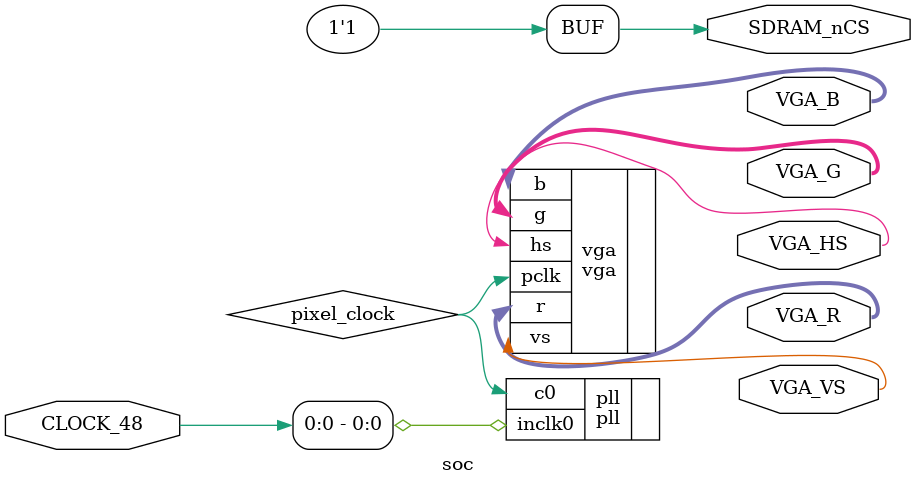
<source format=v>
module soc (
   input [1:0] CLOCK_48,
   output SDRAM_nCS,
   output VGA_HS,
   output VGA_VS,
   output [5:0] VGA_R,
   output [5:0] VGA_G,
   output [5:0] VGA_B
);

// de-activate unused SDRAM
assign SDRAM_nCS = 1;

wire pixel_clock;

vga vga (
	 .pclk  (pixel_clock),
	 .hs    (VGA_HS),
	 .vs    (VGA_VS),
	 .r     (VGA_R),
	 .g     (VGA_G),
	 .b     (VGA_B)
);
					
// A PLL to derive the VGA pixel clocl from the WXEDA 48MHz
pll pll (
	 .inclk0(CLOCK_48[0]),
	 .c0(pixel_clock)        // 31.5 MHz
);

endmodule

</source>
